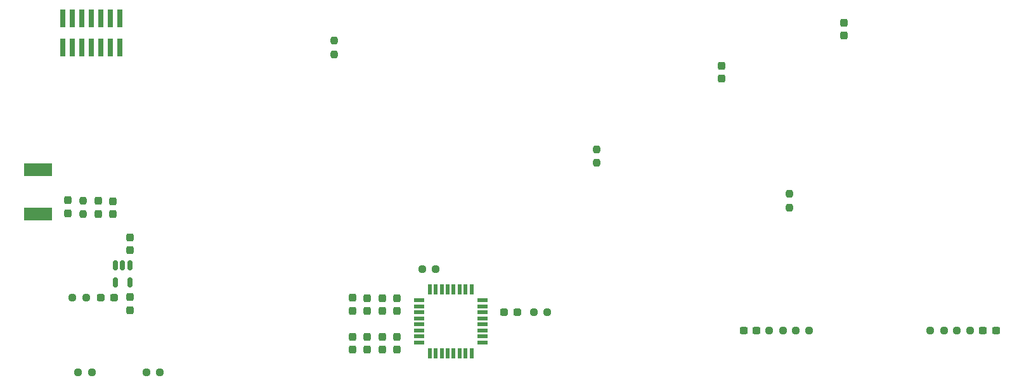
<source format=gbr>
%TF.GenerationSoftware,KiCad,Pcbnew,7.0.10*%
%TF.CreationDate,2024-04-05T03:10:35+02:00*%
%TF.ProjectId,Projet_PAZ,50726f6a-6574-45f5-9041-5a2e6b696361,rev?*%
%TF.SameCoordinates,Original*%
%TF.FileFunction,Paste,Top*%
%TF.FilePolarity,Positive*%
%FSLAX46Y46*%
G04 Gerber Fmt 4.6, Leading zero omitted, Abs format (unit mm)*
G04 Created by KiCad (PCBNEW 7.0.10) date 2024-04-05 03:10:35*
%MOMM*%
%LPD*%
G01*
G04 APERTURE LIST*
G04 Aperture macros list*
%AMRoundRect*
0 Rectangle with rounded corners*
0 $1 Rounding radius*
0 $2 $3 $4 $5 $6 $7 $8 $9 X,Y pos of 4 corners*
0 Add a 4 corners polygon primitive as box body*
4,1,4,$2,$3,$4,$5,$6,$7,$8,$9,$2,$3,0*
0 Add four circle primitives for the rounded corners*
1,1,$1+$1,$2,$3*
1,1,$1+$1,$4,$5*
1,1,$1+$1,$6,$7*
1,1,$1+$1,$8,$9*
0 Add four rect primitives between the rounded corners*
20,1,$1+$1,$2,$3,$4,$5,0*
20,1,$1+$1,$4,$5,$6,$7,0*
20,1,$1+$1,$6,$7,$8,$9,0*
20,1,$1+$1,$8,$9,$2,$3,0*%
G04 Aperture macros list end*
%ADD10R,0.600000X1.475000*%
%ADD11R,1.475000X0.600000*%
%ADD12RoundRect,0.237500X0.300000X0.237500X-0.300000X0.237500X-0.300000X-0.237500X0.300000X-0.237500X0*%
%ADD13RoundRect,0.237500X0.237500X-0.300000X0.237500X0.300000X-0.237500X0.300000X-0.237500X-0.300000X0*%
%ADD14RoundRect,0.237500X-0.237500X0.250000X-0.237500X-0.250000X0.237500X-0.250000X0.237500X0.250000X0*%
%ADD15RoundRect,0.150000X-0.150000X0.512500X-0.150000X-0.512500X0.150000X-0.512500X0.150000X0.512500X0*%
%ADD16R,3.700000X1.700000*%
%ADD17RoundRect,0.237500X-0.250000X-0.237500X0.250000X-0.237500X0.250000X0.237500X-0.250000X0.237500X0*%
%ADD18RoundRect,0.237500X0.250000X0.237500X-0.250000X0.237500X-0.250000X-0.237500X0.250000X-0.237500X0*%
%ADD19RoundRect,0.237500X0.237500X-0.250000X0.237500X0.250000X-0.237500X0.250000X-0.237500X-0.250000X0*%
%ADD20RoundRect,0.237500X-0.237500X0.287500X-0.237500X-0.287500X0.237500X-0.287500X0.237500X0.287500X0*%
%ADD21R,0.740000X2.400000*%
%ADD22RoundRect,0.237500X-0.287500X-0.237500X0.287500X-0.237500X0.287500X0.237500X-0.287500X0.237500X0*%
%ADD23RoundRect,0.237500X0.237500X-0.287500X0.237500X0.287500X-0.237500X0.287500X-0.237500X-0.287500X0*%
%ADD24RoundRect,0.237500X0.287500X0.237500X-0.287500X0.237500X-0.287500X-0.237500X0.287500X-0.237500X0*%
%ADD25RoundRect,0.237500X-0.237500X0.300000X-0.237500X-0.300000X0.237500X-0.300000X0.237500X0.300000X0*%
%ADD26RoundRect,0.237500X-0.300000X-0.237500X0.300000X-0.237500X0.300000X0.237500X-0.300000X0.237500X0*%
G04 APERTURE END LIST*
D10*
%TO.C,IC1*%
X148090000Y-107927000D03*
X148890000Y-107927000D03*
X149690000Y-107927000D03*
X150490000Y-107927000D03*
X151290000Y-107927000D03*
X152090000Y-107927000D03*
X152890000Y-107927000D03*
X153690000Y-107927000D03*
D11*
X155128000Y-109365000D03*
X155128000Y-110165000D03*
X155128000Y-110965000D03*
X155128000Y-111765000D03*
X155128000Y-112565000D03*
X155128000Y-113365000D03*
X155128000Y-114165000D03*
X155128000Y-114965000D03*
D10*
X153690000Y-116403000D03*
X152890000Y-116403000D03*
X152090000Y-116403000D03*
X151290000Y-116403000D03*
X150490000Y-116403000D03*
X149690000Y-116403000D03*
X148890000Y-116403000D03*
X148090000Y-116403000D03*
D11*
X146652000Y-114965000D03*
X146652000Y-114165000D03*
X146652000Y-113365000D03*
X146652000Y-112565000D03*
X146652000Y-111765000D03*
X146652000Y-110965000D03*
X146652000Y-110165000D03*
X146652000Y-109365000D03*
%TD*%
D12*
%TO.C,C6*%
X190005000Y-113415000D03*
X191730000Y-113415000D03*
%TD*%
D13*
%TO.C,C16*%
X139750000Y-110770000D03*
X139750000Y-109045000D03*
%TD*%
D14*
%TO.C,R3*%
X196110000Y-96972500D03*
X196110000Y-95147500D03*
%TD*%
D15*
%TO.C,U1*%
X108045000Y-106945000D03*
X106145000Y-106945000D03*
X106145000Y-104670000D03*
X107095000Y-104670000D03*
X108045000Y-104670000D03*
%TD*%
D16*
%TO.C,S1*%
X95825000Y-91890000D03*
X95825000Y-97790000D03*
%TD*%
D17*
%TO.C,R17*%
X216765000Y-113395000D03*
X214940000Y-113395000D03*
%TD*%
%TO.C,R16*%
X198780000Y-113415000D03*
X196955000Y-113415000D03*
%TD*%
D18*
%TO.C,R13*%
X101145000Y-118975000D03*
X102970000Y-118975000D03*
%TD*%
%TO.C,R12*%
X110237500Y-118975000D03*
X112062500Y-118975000D03*
%TD*%
D17*
%TO.C,R11*%
X220265000Y-113395000D03*
X218440000Y-113395000D03*
%TD*%
D19*
%TO.C,R10*%
X135360000Y-74640000D03*
X135360000Y-76465000D03*
%TD*%
D14*
%TO.C,R9*%
X170360000Y-90972500D03*
X170360000Y-89147500D03*
%TD*%
D18*
%TO.C,R6*%
X102192500Y-108950000D03*
X100367500Y-108950000D03*
%TD*%
D14*
%TO.C,R5*%
X101815000Y-97825000D03*
X101815000Y-96000000D03*
%TD*%
D17*
%TO.C,R4*%
X195280000Y-113415000D03*
X193455000Y-113415000D03*
%TD*%
%TO.C,R2*%
X161977500Y-110965000D03*
X163802500Y-110965000D03*
%TD*%
%TO.C,R1*%
X147067500Y-105165000D03*
X148892500Y-105165000D03*
%TD*%
D20*
%TO.C,L2*%
X137750000Y-110782500D03*
X137750000Y-109032500D03*
%TD*%
D21*
%TO.C,J2*%
X99080000Y-75530000D03*
X99080000Y-71630000D03*
X100350000Y-75530000D03*
X100350000Y-71630000D03*
X101620000Y-75530000D03*
X101620000Y-71630000D03*
X102890000Y-75530000D03*
X102890000Y-71630000D03*
X104160000Y-75530000D03*
X104160000Y-71630000D03*
X105430000Y-75530000D03*
X105430000Y-71630000D03*
X106700000Y-75530000D03*
X106700000Y-71630000D03*
%TD*%
D22*
%TO.C,D7*%
X104170000Y-108950000D03*
X105920000Y-108950000D03*
%TD*%
D23*
%TO.C,D5*%
X103815000Y-97822500D03*
X103815000Y-96072500D03*
%TD*%
D24*
%TO.C,D3*%
X158015000Y-110965000D03*
X159765000Y-110965000D03*
%TD*%
D23*
%TO.C,D2*%
X99815000Y-95992500D03*
X99815000Y-97742500D03*
%TD*%
D25*
%TO.C,C21*%
X137750000Y-114210000D03*
X137750000Y-115935000D03*
%TD*%
%TO.C,C20*%
X139750000Y-115935000D03*
X139750000Y-114210000D03*
%TD*%
%TO.C,C19*%
X141750000Y-115935000D03*
X141750000Y-114210000D03*
%TD*%
%TO.C,C18*%
X143750000Y-114210000D03*
X143750000Y-115935000D03*
%TD*%
%TO.C,C17*%
X143750000Y-110770000D03*
X143750000Y-109045000D03*
%TD*%
D13*
%TO.C,C12*%
X141750000Y-110770000D03*
X141750000Y-109045000D03*
%TD*%
D25*
%TO.C,C10*%
X108045000Y-110670000D03*
X108045000Y-108945000D03*
%TD*%
D13*
%TO.C,C9*%
X108045000Y-100945000D03*
X108045000Y-102670000D03*
%TD*%
D25*
%TO.C,C8*%
X105815000Y-97822500D03*
X105815000Y-96097500D03*
%TD*%
D26*
%TO.C,C7*%
X223715000Y-113395000D03*
X221990000Y-113395000D03*
%TD*%
D25*
%TO.C,C5*%
X203395000Y-73942500D03*
X203395000Y-72217500D03*
%TD*%
D13*
%TO.C,C4*%
X187055000Y-78005000D03*
X187055000Y-79730000D03*
%TD*%
M02*

</source>
